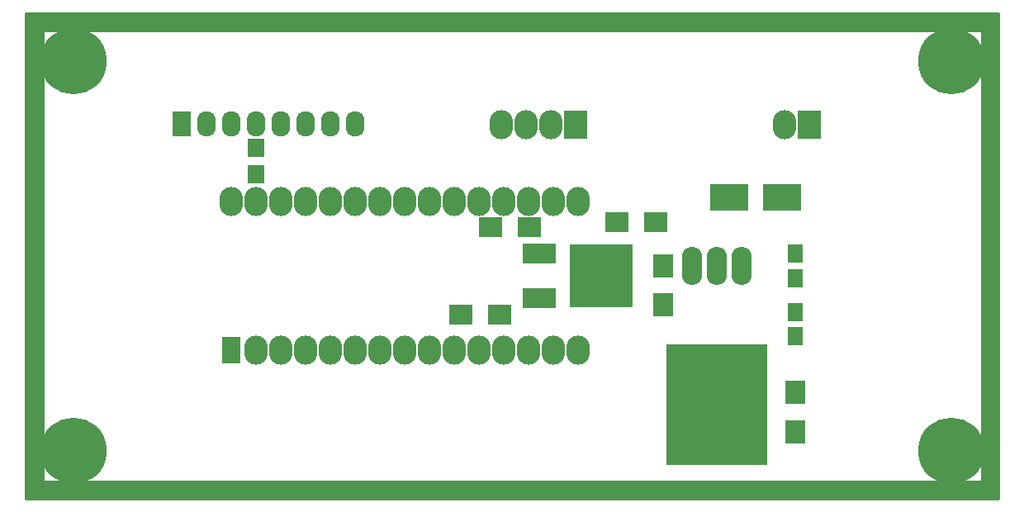
<source format=gbs>
G04 #@! TF.FileFunction,Soldermask,Bot*
%FSLAX46Y46*%
G04 Gerber Fmt 4.6, Leading zero omitted, Abs format (unit mm)*
G04 Created by KiCad (PCBNEW 4.0.6) date 07/16/17 10:36:20*
%MOMM*%
%LPD*%
G01*
G04 APERTURE LIST*
%ADD10C,0.100000*%
%ADD11O,2.099260X3.900120*%
%ADD12R,10.400000X12.400000*%
%ADD13R,2.000000X2.400000*%
%ADD14R,2.400000X2.000000*%
%ADD15R,1.650000X1.900000*%
%ADD16R,3.448000X2.051000*%
%ADD17R,6.496000X6.496000*%
%ADD18R,1.974800X2.686000*%
%ADD19O,2.400000X3.000000*%
%ADD20R,3.900120X2.701240*%
%ADD21R,2.400000X3.000000*%
%ADD22C,6.800000*%
%ADD23O,1.924000X2.597100*%
%ADD24R,1.924000X2.597100*%
%ADD25R,1.700000X1.900000*%
%ADD26C,0.254000*%
G04 APERTURE END LIST*
D10*
D11*
X162000000Y-95000000D03*
X164540000Y-95000000D03*
X159460000Y-95000000D03*
D12*
X162000000Y-109264000D03*
D13*
X156500000Y-95000000D03*
X156500000Y-99000000D03*
X170000000Y-108000000D03*
X170000000Y-112000000D03*
D14*
X139750000Y-100000000D03*
X135750000Y-100000000D03*
X151750000Y-90500000D03*
X155750000Y-90500000D03*
X138750000Y-91000000D03*
X142750000Y-91000000D03*
D15*
X170000000Y-96250000D03*
X170000000Y-93750000D03*
X170000000Y-102250000D03*
X170000000Y-99750000D03*
D16*
X143750000Y-98286000D03*
D17*
X150100000Y-96000000D03*
D16*
X143750000Y-93714000D03*
D18*
X112200000Y-103620000D03*
D19*
X114740000Y-103620000D03*
X117280000Y-103620000D03*
X119820000Y-103620000D03*
X122360000Y-103620000D03*
X124900000Y-103620000D03*
X127440000Y-103620000D03*
X129980000Y-103620000D03*
X132520000Y-103620000D03*
X135060000Y-103620000D03*
X137600000Y-103620000D03*
X140140000Y-103620000D03*
X142680000Y-103620000D03*
X145220000Y-103620000D03*
X147760000Y-103620000D03*
X147760000Y-88380000D03*
X145220000Y-88380000D03*
X142680000Y-88380000D03*
X140140000Y-88380000D03*
X137600000Y-88380000D03*
X135060000Y-88380000D03*
X132520000Y-88380000D03*
X129980000Y-88380000D03*
X127440000Y-88380000D03*
X124900000Y-88380000D03*
X122360000Y-88380000D03*
X119820000Y-88380000D03*
X117280000Y-88380000D03*
X114740000Y-88380000D03*
X112200000Y-88380000D03*
D20*
X163299980Y-88000000D03*
X168700020Y-88000000D03*
D21*
X171500000Y-80500000D03*
D19*
X168960000Y-80500000D03*
D21*
X147500000Y-80500000D03*
D19*
X144960000Y-80500000D03*
X142420000Y-80500000D03*
X139880000Y-80500000D03*
D22*
X96000000Y-114000000D03*
X186000000Y-74000000D03*
X186000000Y-114000000D03*
X96000000Y-74000000D03*
D23*
X122350000Y-80423800D03*
X117270000Y-80423800D03*
X114730000Y-80423800D03*
X112190000Y-80423800D03*
X124890000Y-80423800D03*
X119810000Y-80423800D03*
D24*
X107110000Y-80423800D03*
D23*
X109650000Y-80423800D03*
D25*
X114750000Y-82900000D03*
X114750000Y-85600000D03*
D26*
G36*
X190873000Y-118873000D02*
X91127000Y-118873000D01*
X91127000Y-71000000D01*
X92873000Y-71000000D01*
X92873000Y-117000000D01*
X92883006Y-117049410D01*
X92911447Y-117091035D01*
X92953841Y-117118315D01*
X93000000Y-117127000D01*
X189000000Y-117127000D01*
X189049410Y-117116994D01*
X189091035Y-117088553D01*
X189118315Y-117046159D01*
X189127000Y-117000000D01*
X189127000Y-71000000D01*
X189116994Y-70950590D01*
X189088553Y-70908965D01*
X189046159Y-70881685D01*
X189000000Y-70873000D01*
X93000000Y-70873000D01*
X92950590Y-70883006D01*
X92908965Y-70911447D01*
X92881685Y-70953841D01*
X92873000Y-71000000D01*
X91127000Y-71000000D01*
X91127000Y-69127000D01*
X190873000Y-69127000D01*
X190873000Y-118873000D01*
X190873000Y-118873000D01*
G37*
X190873000Y-118873000D02*
X91127000Y-118873000D01*
X91127000Y-71000000D01*
X92873000Y-71000000D01*
X92873000Y-117000000D01*
X92883006Y-117049410D01*
X92911447Y-117091035D01*
X92953841Y-117118315D01*
X93000000Y-117127000D01*
X189000000Y-117127000D01*
X189049410Y-117116994D01*
X189091035Y-117088553D01*
X189118315Y-117046159D01*
X189127000Y-117000000D01*
X189127000Y-71000000D01*
X189116994Y-70950590D01*
X189088553Y-70908965D01*
X189046159Y-70881685D01*
X189000000Y-70873000D01*
X93000000Y-70873000D01*
X92950590Y-70883006D01*
X92908965Y-70911447D01*
X92881685Y-70953841D01*
X92873000Y-71000000D01*
X91127000Y-71000000D01*
X91127000Y-69127000D01*
X190873000Y-69127000D01*
X190873000Y-118873000D01*
M02*

</source>
